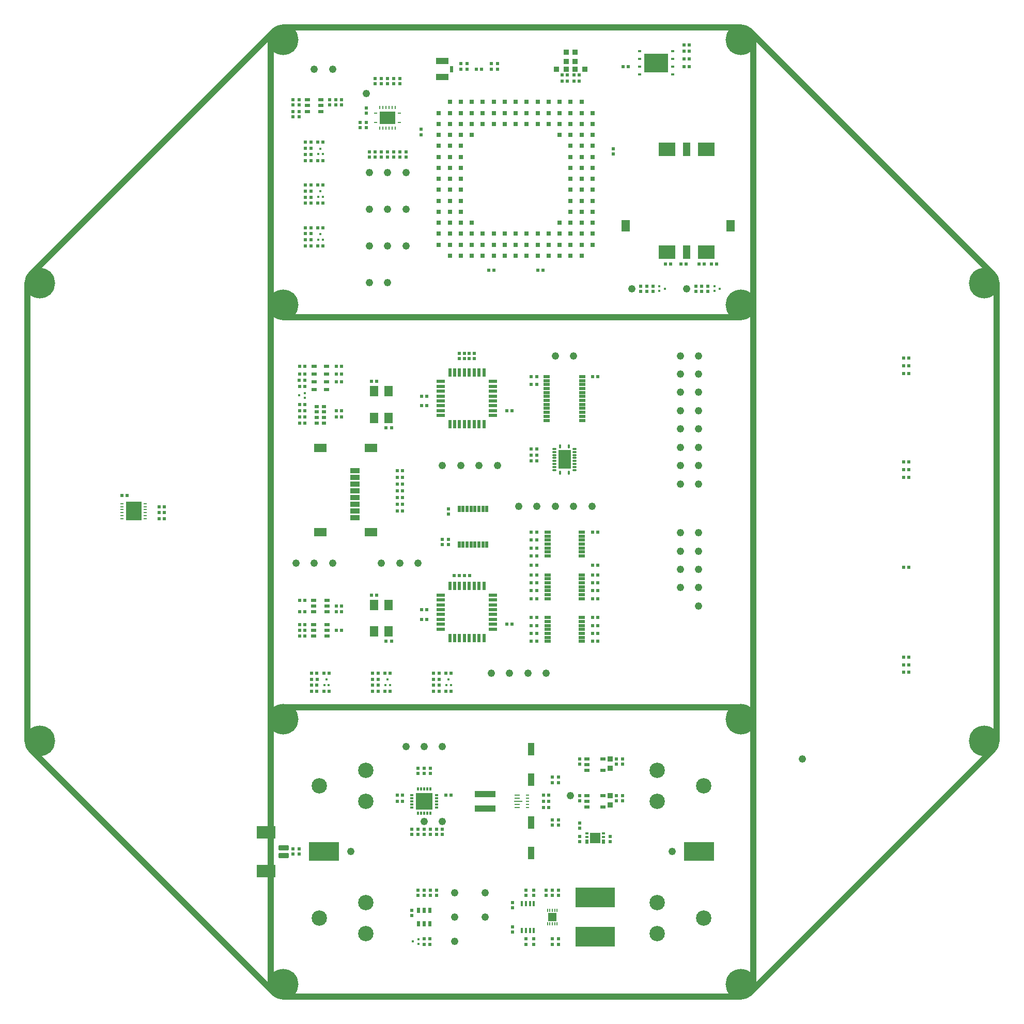
<source format=gts>
G04*
G04 #@! TF.GenerationSoftware,Altium Limited,Altium Designer,20.0.13 (296)*
G04*
G04 Layer_Color=8388736*
%FSLAX25Y25*%
%MOIN*%
G70*
G01*
G75*
%ADD69C,0.03937*%
%ADD70C,0.01000*%
%ADD71R,0.03622X0.01063*%
%ADD72R,0.05197X0.01063*%
%ADD73R,0.02441X0.01063*%
G04:AMPARAMS|DCode=74|XSize=24.41mil|YSize=10.24mil|CornerRadius=1.34mil|HoleSize=0mil|Usage=FLASHONLY|Rotation=0.000|XOffset=0mil|YOffset=0mil|HoleType=Round|Shape=RoundedRectangle|*
%AMROUNDEDRECTD74*
21,1,0.02441,0.00756,0,0,0.0*
21,1,0.02173,0.01024,0,0,0.0*
1,1,0.00268,0.01087,-0.00378*
1,1,0.00268,-0.01087,-0.00378*
1,1,0.00268,-0.01087,0.00378*
1,1,0.00268,0.01087,0.00378*
%
%ADD74ROUNDEDRECTD74*%
G04:AMPARAMS|DCode=75|XSize=24.41mil|YSize=10.24mil|CornerRadius=1.34mil|HoleSize=0mil|Usage=FLASHONLY|Rotation=90.000|XOffset=0mil|YOffset=0mil|HoleType=Round|Shape=RoundedRectangle|*
%AMROUNDEDRECTD75*
21,1,0.02441,0.00756,0,0,90.0*
21,1,0.02173,0.01024,0,0,90.0*
1,1,0.00268,0.00378,0.01087*
1,1,0.00268,0.00378,-0.01087*
1,1,0.00268,-0.00378,-0.01087*
1,1,0.00268,-0.00378,0.01087*
%
%ADD75ROUNDEDRECTD75*%
%ADD76R,0.08465X0.12402*%
%ADD77R,0.10118X0.08150*%
%ADD78R,0.01063X0.02441*%
%ADD79R,0.04016X0.01850*%
%ADD80R,0.01850X0.04016*%
%ADD81R,0.05197X0.02047*%
%ADD82R,0.02047X0.05197*%
%ADD83R,0.10315X0.11890*%
%ADD84R,0.02441X0.01063*%
%ADD85C,0.04016*%
%ADD86R,0.01063X0.02047*%
%ADD87R,0.05591X0.05197*%
%ADD88R,0.03228X0.02047*%
%ADD89R,0.01654X0.01654*%
%ADD90R,0.01654X0.01654*%
%ADD91R,0.02835X0.02047*%
%ADD92R,0.25669X0.12598*%
%ADD93R,0.02126X0.01929*%
%ADD94R,0.11102X0.11102*%
%ADD95R,0.01260X0.02047*%
%ADD96R,0.02047X0.01260*%
%ADD97R,0.01654X0.03228*%
%ADD98R,0.15827X0.11890*%
%ADD99R,0.02441X0.01654*%
%ADD100R,0.02047X0.02441*%
%ADD101R,0.13465X0.03937*%
%ADD102R,0.03228X0.03228*%
G04:AMPARAMS|DCode=103|XSize=28.35mil|YSize=28.35mil|CornerRadius=3.15mil|HoleSize=0mil|Usage=FLASHONLY|Rotation=0.000|XOffset=0mil|YOffset=0mil|HoleType=Round|Shape=RoundedRectangle|*
%AMROUNDEDRECTD103*
21,1,0.02835,0.02205,0,0,0.0*
21,1,0.02205,0.02835,0,0,0.0*
1,1,0.00630,0.01102,-0.01102*
1,1,0.00630,-0.01102,-0.01102*
1,1,0.00630,-0.01102,0.01102*
1,1,0.00630,0.01102,0.01102*
%
%ADD103ROUNDEDRECTD103*%
%ADD104R,0.11890X0.08346*%
G04:AMPARAMS|DCode=105|XSize=63.78mil|YSize=32.68mil|CornerRadius=3.58mil|HoleSize=0mil|Usage=FLASHONLY|Rotation=0.000|XOffset=0mil|YOffset=0mil|HoleType=Round|Shape=RoundedRectangle|*
%AMROUNDEDRECTD105*
21,1,0.06378,0.02551,0,0,0.0*
21,1,0.05661,0.03268,0,0,0.0*
1,1,0.00717,0.02831,-0.01276*
1,1,0.00717,-0.02831,-0.01276*
1,1,0.00717,-0.02831,0.01276*
1,1,0.00717,0.02831,0.01276*
%
%ADD105ROUNDEDRECTD105*%
%ADD106R,0.07953X0.04016*%
%ADD107R,0.02441X0.04016*%
%ADD108R,0.11102X0.08740*%
%ADD109R,0.04803X0.08740*%
%ADD110R,0.05787X0.07756*%
%ADD111R,0.05984X0.03228*%
%ADD112R,0.07953X0.05787*%
%ADD113R,0.04016X0.07953*%
%ADD114R,0.07165X0.07165*%
%ADD115R,0.02047X0.03032*%
%ADD116R,0.02047X0.01654*%
%ADD117R,0.05591X0.07165*%
%ADD118R,0.03228X0.03228*%
%ADD119R,0.01929X0.02126*%
%ADD120R,0.02047X0.03228*%
%ADD121R,0.19764X0.11890*%
%ADD122C,0.09921*%
%ADD123C,0.02953*%
%ADD124C,0.19764*%
%ADD125C,0.04803*%
D69*
X7873Y172799D02*
G03*
X10179Y167231I7874J0D01*
G01*
X167230Y10179D02*
G03*
X172798Y7873I5568J5568D01*
G01*
X172799Y633000D02*
G03*
X167231Y630694I0J-7874D01*
G01*
X10179Y473643D02*
G03*
X7873Y468075I5568J-5568D01*
G01*
X468074Y7873D02*
G03*
X473642Y10179I0J7874D01*
G01*
X630694Y167230D02*
G03*
X633000Y172798I-5568J5568D01*
G01*
X633000Y468074D02*
G03*
X630694Y473642I-7874J0D01*
G01*
X473643Y630694D02*
G03*
X468075Y633000I-5568J-5568D01*
G01*
X172897Y194573D02*
X468173Y194573D01*
X172700Y446300D02*
X467976Y446300D01*
X476000Y625499D02*
X476000Y15800D01*
X164900Y625499D02*
X164900Y14900D01*
X7873Y468074D02*
X7873Y172799D01*
X7873Y468074D02*
X7873Y172799D01*
X633000Y468074D02*
X633000Y172799D01*
X172799Y633000D02*
X468074Y633000D01*
X172799Y7873D02*
X468074Y7873D01*
X172799Y7873D02*
X468074Y7873D01*
X10179Y167231D02*
X167230Y10180D01*
X10180Y473643D02*
X167231Y630694D01*
X473642Y10179D02*
X630693Y167230D01*
X473643Y630693D02*
X630694Y473642D01*
D70*
X10179Y473643D02*
X10180D01*
X167230Y630694D02*
X167231D01*
D71*
X323819Y137795D02*
D03*
Y135827D02*
D03*
Y131890D02*
D03*
Y129921D02*
D03*
D72*
X324606Y133858D02*
D03*
D73*
X330315Y129921D02*
D03*
Y131890D02*
D03*
Y133858D02*
D03*
Y135827D02*
D03*
Y137795D02*
D03*
X232382Y577756D02*
D03*
X247933D02*
D03*
Y571850D02*
D03*
X232382D02*
D03*
D74*
X347835Y355315D02*
D03*
Y353346D02*
D03*
Y351378D02*
D03*
Y349410D02*
D03*
Y347441D02*
D03*
Y357283D02*
D03*
Y359252D02*
D03*
Y361221D02*
D03*
X360827D02*
D03*
Y359252D02*
D03*
Y357283D02*
D03*
Y347441D02*
D03*
Y349410D02*
D03*
Y351378D02*
D03*
Y353346D02*
D03*
Y355315D02*
D03*
D75*
X351378Y345866D02*
D03*
X357283D02*
D03*
X351378Y362795D02*
D03*
X357283D02*
D03*
D76*
X354331Y354331D02*
D03*
D77*
X240158Y574803D02*
D03*
D78*
X235236Y581595D02*
D03*
X237205D02*
D03*
X239173D02*
D03*
X241142D02*
D03*
X243110D02*
D03*
X245079D02*
D03*
Y568012D02*
D03*
X243110D02*
D03*
X241142D02*
D03*
X239173D02*
D03*
X237205D02*
D03*
X235236D02*
D03*
D79*
X365748Y394980D02*
D03*
Y397539D02*
D03*
Y400098D02*
D03*
Y392421D02*
D03*
Y389862D02*
D03*
Y387303D02*
D03*
Y384744D02*
D03*
Y402658D02*
D03*
X342913Y394980D02*
D03*
Y397539D02*
D03*
Y400098D02*
D03*
Y392421D02*
D03*
Y389862D02*
D03*
Y387303D02*
D03*
Y384744D02*
D03*
Y402658D02*
D03*
Y405217D02*
D03*
Y382185D02*
D03*
X365748Y405217D02*
D03*
Y382185D02*
D03*
X342913Y407776D02*
D03*
Y379626D02*
D03*
X365748D02*
D03*
Y407776D02*
D03*
X343307Y307480D02*
D03*
X365354Y292126D02*
D03*
X343307D02*
D03*
Y294685D02*
D03*
Y297244D02*
D03*
Y304921D02*
D03*
Y302362D02*
D03*
Y299803D02*
D03*
X365354Y294685D02*
D03*
Y297244D02*
D03*
Y299803D02*
D03*
Y302362D02*
D03*
Y307480D02*
D03*
Y304921D02*
D03*
X343307Y252362D02*
D03*
X365354Y237008D02*
D03*
X343307D02*
D03*
Y239567D02*
D03*
Y242126D02*
D03*
Y249803D02*
D03*
Y247244D02*
D03*
Y244685D02*
D03*
X365354Y239567D02*
D03*
Y242126D02*
D03*
Y244685D02*
D03*
Y247244D02*
D03*
Y252362D02*
D03*
Y249803D02*
D03*
X343307Y279921D02*
D03*
X365354Y264567D02*
D03*
X343307D02*
D03*
Y267126D02*
D03*
Y269685D02*
D03*
Y277362D02*
D03*
Y274803D02*
D03*
Y272244D02*
D03*
X365354Y267126D02*
D03*
Y269685D02*
D03*
Y272244D02*
D03*
Y274803D02*
D03*
Y279921D02*
D03*
Y277362D02*
D03*
D80*
X286319Y299606D02*
D03*
X304232D02*
D03*
X301673D02*
D03*
X299114D02*
D03*
X296555D02*
D03*
X288878D02*
D03*
X291437D02*
D03*
X293996D02*
D03*
X286319Y322441D02*
D03*
X304232D02*
D03*
X301673D02*
D03*
X299114D02*
D03*
X296555D02*
D03*
X288878D02*
D03*
X291437D02*
D03*
X293996D02*
D03*
D81*
X274606Y266929D02*
D03*
Y263779D02*
D03*
Y260630D02*
D03*
Y257480D02*
D03*
Y254331D02*
D03*
Y251181D02*
D03*
Y248031D02*
D03*
Y244882D02*
D03*
X308071D02*
D03*
Y248031D02*
D03*
Y251181D02*
D03*
Y254331D02*
D03*
Y257480D02*
D03*
Y260630D02*
D03*
Y263779D02*
D03*
Y266929D02*
D03*
Y404724D02*
D03*
Y401575D02*
D03*
Y398425D02*
D03*
Y395276D02*
D03*
Y392126D02*
D03*
Y388976D02*
D03*
Y385827D02*
D03*
Y382677D02*
D03*
X274606D02*
D03*
Y385827D02*
D03*
Y388976D02*
D03*
Y392126D02*
D03*
Y395276D02*
D03*
Y398425D02*
D03*
Y401575D02*
D03*
Y404724D02*
D03*
D82*
X280315Y239173D02*
D03*
X283465D02*
D03*
X286614D02*
D03*
X289764D02*
D03*
X292913D02*
D03*
X296063D02*
D03*
X299213D02*
D03*
X302362D02*
D03*
Y272638D02*
D03*
X299213D02*
D03*
X296063D02*
D03*
X292913D02*
D03*
X289764D02*
D03*
X286614D02*
D03*
X283465D02*
D03*
X280315D02*
D03*
Y410433D02*
D03*
X283465D02*
D03*
X286614D02*
D03*
X289764D02*
D03*
X292913D02*
D03*
X296063D02*
D03*
X299213D02*
D03*
X302362D02*
D03*
Y376969D02*
D03*
X299213D02*
D03*
X296063D02*
D03*
X292913D02*
D03*
X289764D02*
D03*
X286614D02*
D03*
X283465D02*
D03*
X280315D02*
D03*
D83*
X76300Y321000D02*
D03*
D84*
X83780Y320016D02*
D03*
Y318047D02*
D03*
Y316079D02*
D03*
Y321984D02*
D03*
Y323953D02*
D03*
Y325921D02*
D03*
X68820Y320016D02*
D03*
Y318047D02*
D03*
Y316079D02*
D03*
Y321984D02*
D03*
Y323953D02*
D03*
Y325921D02*
D03*
D85*
X360236Y421300D02*
D03*
X216535Y101400D02*
D03*
X423764Y101397D02*
D03*
X303150Y74803D02*
D03*
Y59055D02*
D03*
X283465Y43307D02*
D03*
Y74803D02*
D03*
Y59055D02*
D03*
X507874Y161201D02*
D03*
X263779Y120866D02*
D03*
X275590D02*
D03*
X275590Y169291D02*
D03*
X251969D02*
D03*
X263779D02*
D03*
X358268Y137598D02*
D03*
X240158Y492126D02*
D03*
X251969D02*
D03*
X228346D02*
D03*
X324803Y324300D02*
D03*
X440945Y259842D02*
D03*
X287402Y350394D02*
D03*
X299213D02*
D03*
X440945Y307087D02*
D03*
Y295276D02*
D03*
Y283465D02*
D03*
X429134Y271654D02*
D03*
Y283465D02*
D03*
Y295276D02*
D03*
Y307087D02*
D03*
X204724Y606299D02*
D03*
X192913D02*
D03*
X228346Y468504D02*
D03*
X240158D02*
D03*
X311024Y350394D02*
D03*
X275590D02*
D03*
X251969Y539370D02*
D03*
X240158D02*
D03*
X228346D02*
D03*
X240158Y515748D02*
D03*
X228346D02*
D03*
X251969D02*
D03*
X226378Y590551D02*
D03*
X248031Y287402D02*
D03*
X236221D02*
D03*
X259842D02*
D03*
X181102D02*
D03*
X204724D02*
D03*
X192913D02*
D03*
X372047Y324300D02*
D03*
X360236D02*
D03*
X348425D02*
D03*
X336614D02*
D03*
X397638Y464567D02*
D03*
X433071D02*
D03*
X429134Y421260D02*
D03*
X440945D02*
D03*
X429134Y409449D02*
D03*
X440945D02*
D03*
X429134Y397638D02*
D03*
X440945D02*
D03*
X429134Y385827D02*
D03*
X440945D02*
D03*
X429134Y374016D02*
D03*
X440945D02*
D03*
X429134Y362205D02*
D03*
X440945D02*
D03*
X429134Y350394D02*
D03*
X440945D02*
D03*
X429134Y338583D02*
D03*
X440945D02*
D03*
X342520Y216535D02*
D03*
X330709D02*
D03*
X318898Y216500D02*
D03*
X307087Y216535D02*
D03*
X440945Y271654D02*
D03*
X348425Y421200D02*
D03*
D86*
X343307Y54724D02*
D03*
X344882D02*
D03*
X346457D02*
D03*
X348031D02*
D03*
X349606D02*
D03*
Y63386D02*
D03*
X348031D02*
D03*
X346457D02*
D03*
X344882D02*
D03*
X343307D02*
D03*
D87*
X346457Y59055D02*
D03*
D88*
X192520Y247835D02*
D03*
Y244094D02*
D03*
Y240354D02*
D03*
X201181D02*
D03*
Y247835D02*
D03*
Y244094D02*
D03*
X379134Y137598D02*
D03*
Y130118D02*
D03*
X368898D02*
D03*
Y133858D02*
D03*
Y137598D02*
D03*
X192913Y414370D02*
D03*
Y409449D02*
D03*
Y404528D02*
D03*
Y399606D02*
D03*
X200787Y414370D02*
D03*
Y409449D02*
D03*
Y404528D02*
D03*
Y399606D02*
D03*
X188583Y586417D02*
D03*
Y582677D02*
D03*
Y578937D02*
D03*
X197244D02*
D03*
Y586417D02*
D03*
Y582677D02*
D03*
X379134Y161221D02*
D03*
Y153740D02*
D03*
X368898D02*
D03*
Y157480D02*
D03*
Y161221D02*
D03*
X201181Y259842D02*
D03*
Y263583D02*
D03*
Y256102D02*
D03*
X192520D02*
D03*
Y259842D02*
D03*
Y263583D02*
D03*
D89*
X186811Y394193D02*
D03*
Y397146D02*
D03*
X260039Y41831D02*
D03*
Y44783D02*
D03*
X196850Y554921D02*
D03*
Y527362D02*
D03*
Y499803D02*
D03*
X200787Y212402D02*
D03*
X240158D02*
D03*
X279528D02*
D03*
X415551Y466043D02*
D03*
Y463091D02*
D03*
X450984Y466043D02*
D03*
Y463091D02*
D03*
D90*
X183268Y395669D02*
D03*
X256496Y43307D02*
D03*
X195374Y551378D02*
D03*
X198327D02*
D03*
X195374Y523819D02*
D03*
X198327D02*
D03*
X195374Y496260D02*
D03*
X198327D02*
D03*
X199311Y208858D02*
D03*
X202264D02*
D03*
X238681D02*
D03*
X241634D02*
D03*
X278051D02*
D03*
X281004D02*
D03*
X419095Y464567D02*
D03*
X454528D02*
D03*
D91*
X199213Y388583D02*
D03*
Y385039D02*
D03*
Y381496D02*
D03*
Y377953D02*
D03*
X194488D02*
D03*
Y381496D02*
D03*
Y385039D02*
D03*
Y388583D02*
D03*
D92*
X374016Y46457D02*
D03*
Y71653D02*
D03*
D93*
X228346Y552874D02*
D03*
Y549488D02*
D03*
X287402Y606299D02*
D03*
Y609685D02*
D03*
X240158Y596732D02*
D03*
Y600118D02*
D03*
X364173Y111260D02*
D03*
Y107874D02*
D03*
X342520Y73110D02*
D03*
Y76496D02*
D03*
X320866Y68622D02*
D03*
Y65236D02*
D03*
Y49488D02*
D03*
Y52874D02*
D03*
X350394Y76496D02*
D03*
Y73110D02*
D03*
X334547Y76496D02*
D03*
Y73110D02*
D03*
X255906Y60000D02*
D03*
Y63386D02*
D03*
X267717Y76496D02*
D03*
Y73110D02*
D03*
X263779Y76496D02*
D03*
Y73110D02*
D03*
X267717Y115866D02*
D03*
Y112480D02*
D03*
X263779Y115866D02*
D03*
Y112480D02*
D03*
X275590Y115866D02*
D03*
Y112480D02*
D03*
X271654Y115866D02*
D03*
Y112480D02*
D03*
X255906Y115866D02*
D03*
Y112480D02*
D03*
X259842Y115866D02*
D03*
Y112480D02*
D03*
X183071Y99704D02*
D03*
Y103090D02*
D03*
X267717Y151850D02*
D03*
Y155236D02*
D03*
X259842Y151850D02*
D03*
Y155236D02*
D03*
X263779Y151850D02*
D03*
Y155236D02*
D03*
X350394Y118386D02*
D03*
Y121772D02*
D03*
X346457D02*
D03*
Y118386D02*
D03*
X350443Y145945D02*
D03*
Y149331D02*
D03*
X346506D02*
D03*
Y145945D02*
D03*
X210630Y583032D02*
D03*
Y586417D02*
D03*
X206693D02*
D03*
Y583032D02*
D03*
X179134Y575551D02*
D03*
Y578937D02*
D03*
X183071Y586417D02*
D03*
Y583032D02*
D03*
X179134D02*
D03*
Y586417D02*
D03*
X364173Y157835D02*
D03*
Y161221D02*
D03*
X387795D02*
D03*
Y157835D02*
D03*
X391732D02*
D03*
Y161221D02*
D03*
X364173Y134213D02*
D03*
Y137598D02*
D03*
X387795D02*
D03*
Y134213D02*
D03*
X391732D02*
D03*
Y137598D02*
D03*
X385827Y554843D02*
D03*
Y551457D02*
D03*
X226378Y568465D02*
D03*
Y571850D02*
D03*
X251969Y549488D02*
D03*
Y552874D02*
D03*
X244094Y549488D02*
D03*
Y552874D02*
D03*
X236221Y549488D02*
D03*
Y552874D02*
D03*
X248031Y600118D02*
D03*
Y596732D02*
D03*
X244094Y600118D02*
D03*
Y596732D02*
D03*
X236221Y600118D02*
D03*
Y596732D02*
D03*
X286614Y419567D02*
D03*
Y422953D02*
D03*
X279528Y319173D02*
D03*
Y322559D02*
D03*
X275590Y299488D02*
D03*
Y302874D02*
D03*
X407480Y466260D02*
D03*
Y462874D02*
D03*
X442913Y466260D02*
D03*
Y462874D02*
D03*
X179134Y99704D02*
D03*
Y103090D02*
D03*
X364173Y116417D02*
D03*
Y119803D02*
D03*
X383858Y107874D02*
D03*
Y111260D02*
D03*
X346457Y73110D02*
D03*
Y76496D02*
D03*
X350394Y45000D02*
D03*
Y41614D02*
D03*
X346457Y45000D02*
D03*
Y41614D02*
D03*
X329429Y76496D02*
D03*
Y73110D02*
D03*
X263779Y41614D02*
D03*
Y45000D02*
D03*
X267520Y41614D02*
D03*
Y45000D02*
D03*
X271654Y76496D02*
D03*
Y73110D02*
D03*
X259842Y76496D02*
D03*
Y73110D02*
D03*
X202756Y586417D02*
D03*
Y583032D02*
D03*
X183071Y575551D02*
D03*
Y578937D02*
D03*
X261811Y563937D02*
D03*
Y567323D02*
D03*
X232283Y552874D02*
D03*
Y549488D02*
D03*
Y596732D02*
D03*
Y600118D02*
D03*
X248031Y549488D02*
D03*
Y552874D02*
D03*
X289764Y422953D02*
D03*
Y419567D02*
D03*
X279528Y299488D02*
D03*
Y302874D02*
D03*
X403543Y466260D02*
D03*
Y462874D02*
D03*
X438976Y466260D02*
D03*
Y462874D02*
D03*
X411417D02*
D03*
Y466260D02*
D03*
X446850Y462874D02*
D03*
Y466260D02*
D03*
X296063Y419567D02*
D03*
Y422953D02*
D03*
X292913Y419567D02*
D03*
Y422953D02*
D03*
X329429Y41614D02*
D03*
Y45000D02*
D03*
X334547Y41614D02*
D03*
Y45000D02*
D03*
X222441Y571850D02*
D03*
Y568465D02*
D03*
X226378Y577756D02*
D03*
Y581142D02*
D03*
X307087Y609685D02*
D03*
Y606299D02*
D03*
X291339Y609685D02*
D03*
Y606299D02*
D03*
X311024D02*
D03*
Y609685D02*
D03*
X240158Y552874D02*
D03*
Y549488D02*
D03*
D94*
X263779Y133858D02*
D03*
D95*
X267717Y125984D02*
D03*
X265748D02*
D03*
X263779D02*
D03*
X261811D02*
D03*
X259842D02*
D03*
Y141732D02*
D03*
X261811D02*
D03*
X263779D02*
D03*
X265748D02*
D03*
X267717D02*
D03*
D96*
X255906Y129921D02*
D03*
Y131890D02*
D03*
Y133858D02*
D03*
Y135827D02*
D03*
Y137795D02*
D03*
X271654D02*
D03*
Y135827D02*
D03*
Y133858D02*
D03*
Y131890D02*
D03*
Y129921D02*
D03*
D97*
X326870Y67716D02*
D03*
X329429D02*
D03*
X331988D02*
D03*
X334547D02*
D03*
Y50394D02*
D03*
X331988D02*
D03*
X329429D02*
D03*
X326870D02*
D03*
D98*
X413386Y610236D02*
D03*
D99*
X424016Y602736D02*
D03*
Y607736D02*
D03*
Y612736D02*
D03*
Y617736D02*
D03*
X402756D02*
D03*
Y612736D02*
D03*
Y607736D02*
D03*
Y602736D02*
D03*
D100*
X183268Y405512D02*
D03*
X186811D02*
D03*
X187205Y555118D02*
D03*
X190748D02*
D03*
Y527559D02*
D03*
X187205D02*
D03*
Y500000D02*
D03*
X190748D02*
D03*
X194685Y212598D02*
D03*
X191142D02*
D03*
X230512D02*
D03*
X234055D02*
D03*
X273425D02*
D03*
X269882D02*
D03*
D101*
X303150Y138524D02*
D03*
Y129193D02*
D03*
D102*
X361161Y611073D02*
D03*
Y617274D02*
D03*
X383858Y131398D02*
D03*
Y137598D02*
D03*
Y155020D02*
D03*
Y161221D02*
D03*
X355374Y611073D02*
D03*
Y617274D02*
D03*
D103*
X273228Y492913D02*
D03*
X280315D02*
D03*
X273228Y507087D02*
D03*
Y500000D02*
D03*
X280315Y485827D02*
D03*
X287402D02*
D03*
X280315Y500000D02*
D03*
X287402Y492913D02*
D03*
Y500000D02*
D03*
X273228Y528346D02*
D03*
Y514173D02*
D03*
Y521260D02*
D03*
X280315Y514173D02*
D03*
Y507087D02*
D03*
Y528346D02*
D03*
X287402Y514173D02*
D03*
X280315Y521260D02*
D03*
X294488Y492913D02*
D03*
Y485827D02*
D03*
X301575D02*
D03*
X308661D02*
D03*
X301575Y492913D02*
D03*
X315748Y485827D02*
D03*
X308661Y492913D02*
D03*
X287402Y521260D02*
D03*
X294488Y500000D02*
D03*
X287402Y507087D02*
D03*
X301575Y500000D02*
D03*
X315748Y492913D02*
D03*
X294488Y507087D02*
D03*
X315748Y500000D02*
D03*
X308661D02*
D03*
X273228Y542520D02*
D03*
Y535433D02*
D03*
Y556693D02*
D03*
Y549606D02*
D03*
X280315Y535433D02*
D03*
X287402Y528346D02*
D03*
X280315Y556693D02*
D03*
Y542520D02*
D03*
Y549606D02*
D03*
X273228Y563779D02*
D03*
X280315D02*
D03*
X273228Y570866D02*
D03*
Y577953D02*
D03*
X287402Y563779D02*
D03*
Y556693D02*
D03*
X280315Y585039D02*
D03*
Y570866D02*
D03*
Y577953D02*
D03*
X287402Y542520D02*
D03*
Y535433D02*
D03*
Y577953D02*
D03*
Y549606D02*
D03*
Y570866D02*
D03*
X294488D02*
D03*
Y563779D02*
D03*
X301575Y570866D02*
D03*
X315748D02*
D03*
X308661D02*
D03*
X287402Y585039D02*
D03*
X294488Y577953D02*
D03*
Y585039D02*
D03*
X301575Y577953D02*
D03*
X308661D02*
D03*
X301575Y585039D02*
D03*
X315748D02*
D03*
X308661D02*
D03*
X322835Y485827D02*
D03*
X329921D02*
D03*
X322835Y492913D02*
D03*
X329921D02*
D03*
X337008Y485827D02*
D03*
X344094D02*
D03*
X337008Y492913D02*
D03*
X351181Y485827D02*
D03*
X358268Y492913D02*
D03*
X329921Y500000D02*
D03*
X344094Y492913D02*
D03*
X322835Y500000D02*
D03*
X344094D02*
D03*
X337008D02*
D03*
X351181D02*
D03*
Y492913D02*
D03*
Y507087D02*
D03*
X358268Y500000D02*
D03*
Y528346D02*
D03*
Y485827D02*
D03*
X365354Y492913D02*
D03*
X358268Y514173D02*
D03*
X365354Y500000D02*
D03*
X358268Y507087D02*
D03*
X365354Y485827D02*
D03*
X372441Y492913D02*
D03*
X365354Y507087D02*
D03*
X372441Y500000D02*
D03*
Y507087D02*
D03*
X358268Y521260D02*
D03*
X365354Y514173D02*
D03*
Y535433D02*
D03*
Y521260D02*
D03*
Y528346D02*
D03*
X372441D02*
D03*
Y514173D02*
D03*
Y521260D02*
D03*
X322835Y570866D02*
D03*
X329921D02*
D03*
X322835Y577953D02*
D03*
X337008Y570866D02*
D03*
X358268Y542520D02*
D03*
Y535433D02*
D03*
X344094Y570866D02*
D03*
X351181Y563779D02*
D03*
Y570866D02*
D03*
X315748Y577953D02*
D03*
X329921D02*
D03*
X322835Y585039D02*
D03*
X337008Y577953D02*
D03*
X329921Y585039D02*
D03*
X344094Y577953D02*
D03*
X351181D02*
D03*
X337008Y585039D02*
D03*
X351181D02*
D03*
X344094D02*
D03*
X358268Y549606D02*
D03*
X365354Y542520D02*
D03*
X358268Y563779D02*
D03*
X365354Y549606D02*
D03*
X358268Y556693D02*
D03*
X372441Y542520D02*
D03*
Y535433D02*
D03*
X365354Y556693D02*
D03*
X372441Y549606D02*
D03*
Y556693D02*
D03*
X358268Y570866D02*
D03*
X365354Y563779D02*
D03*
X358268Y585039D02*
D03*
X365354Y570866D02*
D03*
X358268Y577953D02*
D03*
X372441Y570866D02*
D03*
Y563779D02*
D03*
X365354Y577953D02*
D03*
X372441D02*
D03*
X365354Y585039D02*
D03*
D104*
X161811Y88897D02*
D03*
Y113897D02*
D03*
D105*
X173228Y98936D02*
D03*
Y103858D02*
D03*
D106*
X275590Y601181D02*
D03*
Y611417D02*
D03*
D107*
X281496Y606299D02*
D03*
D108*
X445827Y554331D02*
D03*
X420315Y554331D02*
D03*
X445827Y488189D02*
D03*
X420315D02*
D03*
D109*
X433071Y554331D02*
D03*
Y488189D02*
D03*
D110*
X461496Y505236D02*
D03*
X393937Y505236D02*
D03*
D111*
X219291Y334272D02*
D03*
Y329941D02*
D03*
Y338602D02*
D03*
Y342933D02*
D03*
Y347264D02*
D03*
Y325610D02*
D03*
Y321280D02*
D03*
Y316949D02*
D03*
D112*
X196850Y361713D02*
D03*
Y307579D02*
D03*
X229528D02*
D03*
Y361713D02*
D03*
D113*
X332677Y167323D02*
D03*
Y147638D02*
D03*
Y100394D02*
D03*
Y120079D02*
D03*
D114*
X374016Y110236D02*
D03*
D115*
X368701Y107874D02*
D03*
X379331D02*
D03*
D116*
X368701Y110925D02*
D03*
Y113287D02*
D03*
X379331D02*
D03*
Y110925D02*
D03*
D117*
X231496Y243307D02*
D03*
Y260630D02*
D03*
X240945D02*
D03*
Y243307D02*
D03*
Y381102D02*
D03*
Y398425D02*
D03*
X231496D02*
D03*
Y381102D02*
D03*
D118*
X355374Y606299D02*
D03*
X349173D02*
D03*
X361161D02*
D03*
X367362D02*
D03*
D119*
X352638Y602362D02*
D03*
X356024D02*
D03*
X352638Y598425D02*
D03*
X356024D02*
D03*
X363898Y602362D02*
D03*
X360512D02*
D03*
X363898Y598425D02*
D03*
X360512D02*
D03*
X422953Y480315D02*
D03*
X419567D02*
D03*
X432795D02*
D03*
X429410D02*
D03*
X449094D02*
D03*
X452480D02*
D03*
X444606D02*
D03*
X441221D02*
D03*
X190669Y547244D02*
D03*
X187284D02*
D03*
X190669Y559055D02*
D03*
X187284D02*
D03*
Y551181D02*
D03*
X190669D02*
D03*
Y519685D02*
D03*
X187284D02*
D03*
X190669Y531496D02*
D03*
X187284D02*
D03*
Y523622D02*
D03*
X190669D02*
D03*
Y492126D02*
D03*
X187284D02*
D03*
X190669Y503937D02*
D03*
X187284D02*
D03*
Y496063D02*
D03*
X190669D02*
D03*
X332953Y252362D02*
D03*
X336339D02*
D03*
X332953Y242126D02*
D03*
X336339D02*
D03*
X375709Y237008D02*
D03*
X372323D02*
D03*
X375709Y247244D02*
D03*
X372323D02*
D03*
X265472Y395276D02*
D03*
X262087D02*
D03*
X265472Y388976D02*
D03*
X262087D02*
D03*
X317205Y385827D02*
D03*
X320590D02*
D03*
X229803Y404724D02*
D03*
X233189D02*
D03*
X242638Y374803D02*
D03*
X239252D02*
D03*
X186732Y263583D02*
D03*
X183346D02*
D03*
X206968Y259842D02*
D03*
X210354D02*
D03*
X183346Y247835D02*
D03*
X186732D02*
D03*
Y244094D02*
D03*
X183346D02*
D03*
X246339Y338602D02*
D03*
X249724D02*
D03*
X262087Y257480D02*
D03*
X265472D02*
D03*
X262087Y251181D02*
D03*
X265472D02*
D03*
X320590Y248031D02*
D03*
X317205D02*
D03*
X233189Y266929D02*
D03*
X229803D02*
D03*
X239252Y237008D02*
D03*
X242638D02*
D03*
X293150Y279528D02*
D03*
X289764D02*
D03*
X194606Y204724D02*
D03*
X191220D02*
D03*
X194606Y216535D02*
D03*
X191220D02*
D03*
Y208661D02*
D03*
X194606D02*
D03*
X233976Y204724D02*
D03*
X230591D02*
D03*
X233976Y216535D02*
D03*
X230591D02*
D03*
Y208661D02*
D03*
X233976D02*
D03*
X273346Y204724D02*
D03*
X269961D02*
D03*
X273346Y216535D02*
D03*
X269961D02*
D03*
Y208661D02*
D03*
X273346D02*
D03*
X375709Y407776D02*
D03*
X372323D02*
D03*
X332953D02*
D03*
X336339D02*
D03*
X576496Y342954D02*
D03*
X573110D02*
D03*
X576496Y347876D02*
D03*
X573110D02*
D03*
X576496Y352797D02*
D03*
X573110D02*
D03*
X576496Y216970D02*
D03*
X573110D02*
D03*
X576496Y221891D02*
D03*
X573110D02*
D03*
X576496Y226813D02*
D03*
X573110D02*
D03*
X210354Y404528D02*
D03*
X206968D02*
D03*
X183346Y409449D02*
D03*
X186732D02*
D03*
X183346Y414370D02*
D03*
X186732D02*
D03*
X576496Y409883D02*
D03*
X573110D02*
D03*
X576496Y414805D02*
D03*
X573110D02*
D03*
X576496Y419726D02*
D03*
X573110D02*
D03*
X72093Y331200D02*
D03*
X68707D02*
D03*
X96181Y323953D02*
D03*
X92795D02*
D03*
X332953Y353346D02*
D03*
X336339D02*
D03*
X210354Y381890D02*
D03*
X206968D02*
D03*
X210354Y385827D02*
D03*
X206968D02*
D03*
X186732D02*
D03*
X183346D02*
D03*
X186732Y389764D02*
D03*
X183346D02*
D03*
X573110Y284941D02*
D03*
X576496D02*
D03*
X375709Y307480D02*
D03*
X372323D02*
D03*
X332953Y307480D02*
D03*
X336339D02*
D03*
X332953Y297244D02*
D03*
X336339D02*
D03*
X332953Y292126D02*
D03*
X336339D02*
D03*
X246339Y133858D02*
D03*
X249724D02*
D03*
X246339Y137795D02*
D03*
X249724D02*
D03*
X281221D02*
D03*
X277835D02*
D03*
X340827D02*
D03*
X344213D02*
D03*
X340827Y133858D02*
D03*
X344213D02*
D03*
Y129921D02*
D03*
X340827D02*
D03*
X337165Y476378D02*
D03*
X340551D02*
D03*
X308780D02*
D03*
X305394D02*
D03*
X198543Y559055D02*
D03*
X195158D02*
D03*
X198543Y531496D02*
D03*
X195158D02*
D03*
X198543Y503937D02*
D03*
X195158D02*
D03*
X198543Y547244D02*
D03*
X195158D02*
D03*
X198543Y519685D02*
D03*
X195158D02*
D03*
X198543Y492126D02*
D03*
X195158D02*
D03*
X336339Y247244D02*
D03*
X332953D02*
D03*
X336339Y237008D02*
D03*
X332953D02*
D03*
X372323Y242126D02*
D03*
X375709D02*
D03*
X372323Y252362D02*
D03*
X375709D02*
D03*
Y279921D02*
D03*
X372323D02*
D03*
X375709Y274803D02*
D03*
X372323D02*
D03*
X375709Y269685D02*
D03*
X372323D02*
D03*
X375709Y264567D02*
D03*
X372323D02*
D03*
X332953Y264567D02*
D03*
X336339D02*
D03*
X332953Y269685D02*
D03*
X336339D02*
D03*
X332953Y274803D02*
D03*
X336339D02*
D03*
X332953Y279921D02*
D03*
X336339D02*
D03*
X186732Y256102D02*
D03*
X183346D02*
D03*
X206968D02*
D03*
X210354D02*
D03*
X206968Y244094D02*
D03*
X210354D02*
D03*
X186732Y240354D02*
D03*
X183346D02*
D03*
X249724Y325610D02*
D03*
X246339D02*
D03*
X249724Y342933D02*
D03*
X246339D02*
D03*
X249724Y334272D02*
D03*
X246339D02*
D03*
Y321280D02*
D03*
X249724D02*
D03*
X246339Y347264D02*
D03*
X249724D02*
D03*
X246339Y329941D02*
D03*
X249724D02*
D03*
X286614Y279528D02*
D03*
X283228D02*
D03*
X202480Y216535D02*
D03*
X199094D02*
D03*
X241850D02*
D03*
X238465D02*
D03*
X281221D02*
D03*
X277835D02*
D03*
X202480Y204724D02*
D03*
X199094D02*
D03*
X241850D02*
D03*
X238465D02*
D03*
X281221D02*
D03*
X277835D02*
D03*
X206968Y414370D02*
D03*
X210354D02*
D03*
X206968Y409449D02*
D03*
X210354D02*
D03*
X92795Y316079D02*
D03*
X96181D02*
D03*
X92795Y320016D02*
D03*
X96181D02*
D03*
X332953Y361221D02*
D03*
X336339D02*
D03*
X332953Y357283D02*
D03*
X336339D02*
D03*
X183346Y381890D02*
D03*
X186732D02*
D03*
X183346Y377953D02*
D03*
X186732D02*
D03*
X336339Y402658D02*
D03*
X332953D02*
D03*
X183346Y401575D02*
D03*
X186732D02*
D03*
X332953Y302362D02*
D03*
X336339D02*
D03*
X375709Y286024D02*
D03*
X372323D02*
D03*
X332953Y286024D02*
D03*
X336339D02*
D03*
X297520Y606299D02*
D03*
X300905D02*
D03*
X434764Y617736D02*
D03*
X431378D02*
D03*
X434764Y621673D02*
D03*
X431378D02*
D03*
X434764Y612736D02*
D03*
X431378D02*
D03*
X434764Y607736D02*
D03*
X431378D02*
D03*
X392008Y607800D02*
D03*
X395394D02*
D03*
D120*
X263779Y63386D02*
D03*
X260039D02*
D03*
X267520D02*
D03*
Y54724D02*
D03*
X263779D02*
D03*
X260039D02*
D03*
D121*
X441218Y101397D02*
D03*
X199182D02*
D03*
D122*
X444202Y58479D02*
D03*
X414202Y68480D02*
D03*
Y48480D02*
D03*
X226171D02*
D03*
Y68480D02*
D03*
X196171Y58479D02*
D03*
Y143924D02*
D03*
X226171Y153924D02*
D03*
Y133924D02*
D03*
X414202D02*
D03*
Y153924D02*
D03*
X444202Y143924D02*
D03*
D123*
X475948Y68197D02*
D03*
Y60717D02*
D03*
Y53237D02*
D03*
Y45757D02*
D03*
Y38277D02*
D03*
Y23317D02*
D03*
Y30797D02*
D03*
Y165437D02*
D03*
Y83157D02*
D03*
Y75677D02*
D03*
Y120557D02*
D03*
Y128037D02*
D03*
Y135517D02*
D03*
Y142997D02*
D03*
Y150477D02*
D03*
Y157957D02*
D03*
Y172917D02*
D03*
X459221Y194573D02*
D03*
X443363Y194573D02*
D03*
X435434D02*
D03*
X427505D02*
D03*
X419577D02*
D03*
X411648D02*
D03*
X403719D02*
D03*
X395791D02*
D03*
X387862D02*
D03*
X372004D02*
D03*
X332360D02*
D03*
X340289D02*
D03*
X350100Y194600D02*
D03*
X357800D02*
D03*
X364075Y194573D02*
D03*
X451292D02*
D03*
X316503D02*
D03*
X308574D02*
D03*
X300645D02*
D03*
X292717D02*
D03*
X284788D02*
D03*
X276859D02*
D03*
X268930D02*
D03*
X261002D02*
D03*
X253073D02*
D03*
X245144D02*
D03*
X205500D02*
D03*
X213429D02*
D03*
X221358D02*
D03*
X229287D02*
D03*
X237215D02*
D03*
X324432D02*
D03*
X189643D02*
D03*
X181714D02*
D03*
X197572D02*
D03*
X476000Y463000D02*
D03*
X164800D02*
D03*
X443301Y446300D02*
D03*
X459159D02*
D03*
X451230D02*
D03*
X316441D02*
D03*
X403658D02*
D03*
X411586D02*
D03*
X419515D02*
D03*
X427444D02*
D03*
X435373D02*
D03*
X395729D02*
D03*
X387800D02*
D03*
X379871D02*
D03*
X371943D02*
D03*
X364014D02*
D03*
X356085D02*
D03*
X348156D02*
D03*
X340228D02*
D03*
X332299D02*
D03*
X324370D02*
D03*
X189581D02*
D03*
X276798D02*
D03*
X284726D02*
D03*
X292655D02*
D03*
X300584D02*
D03*
X308512D02*
D03*
X268869D02*
D03*
X260940D02*
D03*
X253011D02*
D03*
X245082D02*
D03*
X237154D02*
D03*
X229225D02*
D03*
X221296D02*
D03*
X205439D02*
D03*
X197510D02*
D03*
X181652Y446300D02*
D03*
X164900Y616200D02*
D03*
X164873Y601609D02*
D03*
Y594314D02*
D03*
Y579724D02*
D03*
Y572428D02*
D03*
Y565133D02*
D03*
Y557838D02*
D03*
Y550543D02*
D03*
Y543248D02*
D03*
Y535952D02*
D03*
Y521362D02*
D03*
Y528657D02*
D03*
Y608905D02*
D03*
Y477591D02*
D03*
X164873Y470295D02*
D03*
X164873Y484886D02*
D03*
Y492181D02*
D03*
Y499476D02*
D03*
Y506771D02*
D03*
Y514067D02*
D03*
X476001Y572428D02*
D03*
Y579724D02*
D03*
Y587019D02*
D03*
Y594314D02*
D03*
Y601609D02*
D03*
X476001Y616200D02*
D03*
X476001Y608905D02*
D03*
Y477591D02*
D03*
Y557838D02*
D03*
Y565133D02*
D03*
Y550543D02*
D03*
Y543248D02*
D03*
Y535952D02*
D03*
Y528657D02*
D03*
Y521362D02*
D03*
Y514067D02*
D03*
Y506771D02*
D03*
Y499476D02*
D03*
Y492181D02*
D03*
Y484886D02*
D03*
X476001Y470295D02*
D03*
X164872Y157957D02*
D03*
Y150477D02*
D03*
Y142997D02*
D03*
Y135517D02*
D03*
Y128037D02*
D03*
Y120557D02*
D03*
Y75677D02*
D03*
X164900Y81400D02*
D03*
X164872Y165437D02*
D03*
X164872Y23317D02*
D03*
X164872Y38277D02*
D03*
Y45757D02*
D03*
Y53237D02*
D03*
Y60717D02*
D03*
Y68197D02*
D03*
X7873Y196761D02*
D03*
Y180800D02*
D03*
Y188780D02*
D03*
Y324448D02*
D03*
Y236663D02*
D03*
Y228683D02*
D03*
Y220702D02*
D03*
Y212722D02*
D03*
Y204741D02*
D03*
Y244643D02*
D03*
Y252624D02*
D03*
Y260604D02*
D03*
Y268585D02*
D03*
Y276565D02*
D03*
Y284545D02*
D03*
Y292526D02*
D03*
Y300506D02*
D03*
Y308487D02*
D03*
Y316467D02*
D03*
Y452134D02*
D03*
Y364350D02*
D03*
Y356369D02*
D03*
Y348389D02*
D03*
Y340408D02*
D03*
Y332428D02*
D03*
Y372330D02*
D03*
Y380311D02*
D03*
Y388291D02*
D03*
Y396271D02*
D03*
Y404252D02*
D03*
Y412232D02*
D03*
Y420213D02*
D03*
Y428193D02*
D03*
Y436173D02*
D03*
Y444154D02*
D03*
Y460115D02*
D03*
X633000Y444112D02*
D03*
Y460073D02*
D03*
Y452093D02*
D03*
Y316425D02*
D03*
Y404210D02*
D03*
Y412190D02*
D03*
Y420171D02*
D03*
Y428151D02*
D03*
Y436132D02*
D03*
Y396230D02*
D03*
Y388249D02*
D03*
Y380269D02*
D03*
Y372288D02*
D03*
Y364308D02*
D03*
Y356328D02*
D03*
Y348347D02*
D03*
Y340367D02*
D03*
Y332386D02*
D03*
Y324406D02*
D03*
Y188739D02*
D03*
Y276523D02*
D03*
Y284504D02*
D03*
Y292484D02*
D03*
Y300465D02*
D03*
Y308445D02*
D03*
Y268543D02*
D03*
Y260562D02*
D03*
Y252582D02*
D03*
Y244602D02*
D03*
Y236621D02*
D03*
Y228641D02*
D03*
Y220660D02*
D03*
Y212680D02*
D03*
Y204700D02*
D03*
Y196719D02*
D03*
Y180758D02*
D03*
X444112Y7873D02*
D03*
X460073D02*
D03*
X452093D02*
D03*
X316425D02*
D03*
X404210D02*
D03*
X412190D02*
D03*
X420171D02*
D03*
X428151D02*
D03*
X436132D02*
D03*
X396230D02*
D03*
X388249D02*
D03*
X380269D02*
D03*
X372288D02*
D03*
X364308D02*
D03*
X356328D02*
D03*
X348347D02*
D03*
X340367D02*
D03*
X332386D02*
D03*
X324406D02*
D03*
X188739D02*
D03*
X276523D02*
D03*
X284504D02*
D03*
X292484D02*
D03*
X300465D02*
D03*
X308445D02*
D03*
X268543D02*
D03*
X260562D02*
D03*
X252582D02*
D03*
X244602D02*
D03*
X236621D02*
D03*
X228641D02*
D03*
X220660D02*
D03*
X212680D02*
D03*
X204699D02*
D03*
X196719D02*
D03*
X180758D02*
D03*
X459159Y633000D02*
D03*
X443301Y633000D02*
D03*
X435373D02*
D03*
X427444D02*
D03*
X419515D02*
D03*
X411586D02*
D03*
X403658D02*
D03*
X395729D02*
D03*
X387800D02*
D03*
X379871D02*
D03*
X371943D02*
D03*
X332299D02*
D03*
X340228D02*
D03*
X348156D02*
D03*
X356085D02*
D03*
X364014D02*
D03*
X451230D02*
D03*
X316441D02*
D03*
X308512D02*
D03*
X300584D02*
D03*
X292655D02*
D03*
X284726D02*
D03*
X276798D02*
D03*
X268869D02*
D03*
X260940D02*
D03*
X253011D02*
D03*
X245082D02*
D03*
X205439D02*
D03*
X213367D02*
D03*
X221296D02*
D03*
X229225D02*
D03*
X237154D02*
D03*
X324370D02*
D03*
X189581D02*
D03*
X181652Y633000D02*
D03*
X197510Y633000D02*
D03*
D124*
X468074Y186647D02*
D03*
X172798D02*
D03*
X468075Y454226D02*
D03*
X172799D02*
D03*
X15747Y468075D02*
D03*
X15746Y172799D02*
D03*
X625126Y172798D02*
D03*
X625126Y468074D02*
D03*
X172798Y15747D02*
D03*
X468074Y15747D02*
D03*
X172799Y625127D02*
D03*
X468075Y625126D02*
D03*
D125*
X360236Y421300D02*
D03*
X216535Y101400D02*
D03*
X423764Y101397D02*
D03*
X303150Y74803D02*
D03*
Y59055D02*
D03*
X283465Y43307D02*
D03*
Y74803D02*
D03*
Y59055D02*
D03*
X507874Y161201D02*
D03*
X263779Y120866D02*
D03*
X275590D02*
D03*
X275590Y169291D02*
D03*
X251969D02*
D03*
X263779D02*
D03*
X358268Y137598D02*
D03*
X240158Y492126D02*
D03*
X251969D02*
D03*
X228346D02*
D03*
X324803Y324300D02*
D03*
X440945Y259842D02*
D03*
X287402Y350394D02*
D03*
X299213D02*
D03*
X440945Y307087D02*
D03*
Y295276D02*
D03*
Y283465D02*
D03*
X429134Y271654D02*
D03*
Y283465D02*
D03*
Y295276D02*
D03*
Y307087D02*
D03*
X204724Y606299D02*
D03*
X192913D02*
D03*
X228346Y468504D02*
D03*
X240158D02*
D03*
X311024Y350394D02*
D03*
X275590D02*
D03*
X251969Y539370D02*
D03*
X240158D02*
D03*
X228346D02*
D03*
X240158Y515748D02*
D03*
X228346D02*
D03*
X251969D02*
D03*
X226378Y590551D02*
D03*
X248031Y287402D02*
D03*
X236221D02*
D03*
X259842D02*
D03*
X181102D02*
D03*
X204724D02*
D03*
X192913D02*
D03*
X372047Y324300D02*
D03*
X360236D02*
D03*
X348425D02*
D03*
X336614D02*
D03*
X397638Y464567D02*
D03*
X433071D02*
D03*
X429134Y421260D02*
D03*
X440945D02*
D03*
X429134Y409449D02*
D03*
X440945D02*
D03*
X429134Y397638D02*
D03*
X440945D02*
D03*
X429134Y385827D02*
D03*
X440945D02*
D03*
X429134Y374016D02*
D03*
X440945D02*
D03*
X429134Y362205D02*
D03*
X440945D02*
D03*
X429134Y350394D02*
D03*
X440945D02*
D03*
X429134Y338583D02*
D03*
X440945D02*
D03*
X342520Y216535D02*
D03*
X330709D02*
D03*
X318898Y216500D02*
D03*
X307087Y216535D02*
D03*
X440945Y271654D02*
D03*
X348425Y421200D02*
D03*
M02*

</source>
